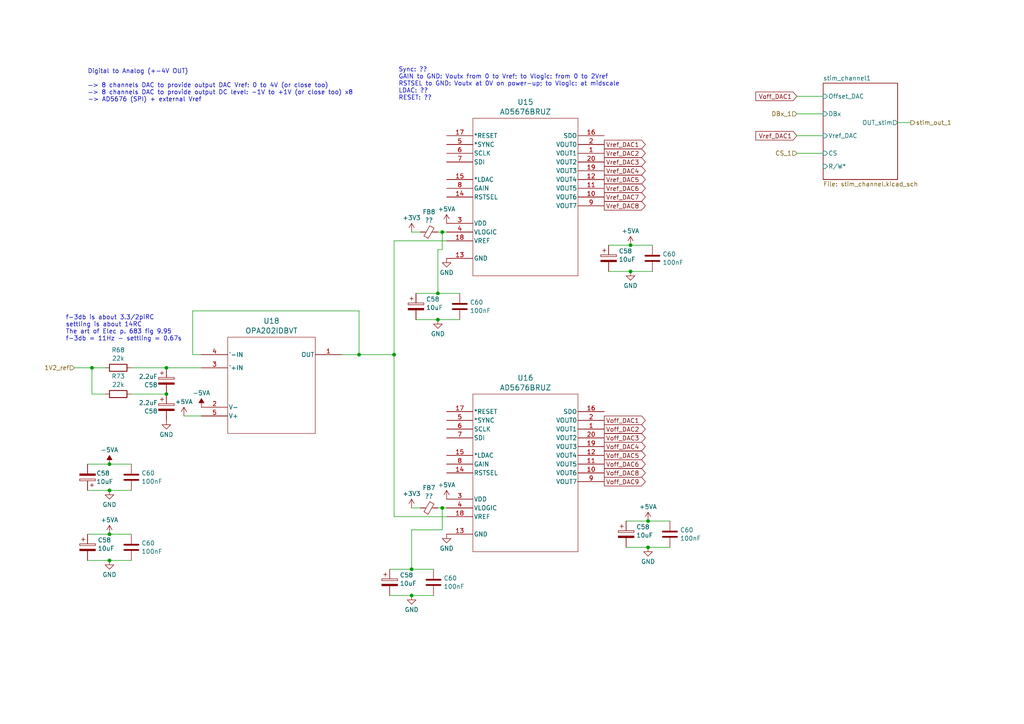
<source format=kicad_sch>
(kicad_sch (version 20230121) (generator eeschema)
  (paper "A4")
  (lib_symbols
    (symbol "AD5676BRUZ:AD5676BRUZ" (pin_names (offset 0.254))
      (property "Reference" "U" (at 22.86 10.16 0))
      (property "Value" "AD5676BRUZ" (at 22.86 7.62 0))
      (symbol "AD5676BRUZ_0_1"
        (polyline (pts (xy 7.62 -40.64) (xy 38.1 -40.64)) (stroke (width 0.127)))
        (polyline (pts (xy 7.62 5.08) (xy 7.62 -40.64)) (stroke (width 0.127)))
        (polyline (pts (xy 38.1 -40.64) (xy 38.1 5.08)) (stroke (width 0.127)))
        (polyline (pts (xy 38.1 5.08) (xy 7.62 5.08)) (stroke (width 0.127)))
        (pin unspecified line (at 45.72 -5.08 180) (length 7.62) (name "VOUT1") (number "1"))
        (pin unspecified line (at 45.72 -17.78 180) (length 7.62) (name "VOUT6") (number "10"))
        (pin unspecified line (at 45.72 -15.24 180) (length 7.62) (name "VOUT5") (number "11"))
        (pin unspecified line (at 45.72 -12.7 180) (length 7.62) (name "VOUT4") (number "12"))
        (pin power_out line (at 0 -35.56 0) (length 7.62) (name "GND") (number "13"))
        (pin unspecified line (at 0 -17.78 0) (length 7.62) (name "RSTSEL") (number "14"))
        (pin unspecified line (at 0 -12.7 0) (length 7.62) (name "*LDAC") (number "15"))
        (pin output line (at 45.72 0 180) (length 7.62) (name "SDO") (number "16"))
        (pin input line (at 0 0 0) (length 7.62) (name "*RESET") (number "17"))
        (pin power_in line (at 0 -30.48 0) (length 7.62) (name "VREF") (number "18"))
        (pin output line (at 45.72 -10.16 180) (length 7.62) (name "VOUT3") (number "19"))
        (pin unspecified line (at 45.72 -2.54 180) (length 7.62) (name "VOUT0") (number "2"))
        (pin output line (at 45.72 -7.62 180) (length 7.62) (name "VOUT2") (number "20"))
        (pin power_in line (at 0 -25.4 0) (length 7.62) (name "VDD") (number "3"))
        (pin power_in line (at 0 -27.94 0) (length 7.62) (name "VLOGIC") (number "4"))
        (pin input line (at 0 -2.54 0) (length 7.62) (name "*SYNC") (number "5"))
        (pin input line (at 0 -5.08 0) (length 7.62) (name "SCLK") (number "6"))
        (pin input line (at 0 -7.62 0) (length 7.62) (name "SDI") (number "7"))
        (pin unspecified line (at 0 -15.24 0) (length 7.62) (name "GAIN") (number "8"))
        (pin unspecified line (at 45.72 -20.32 180) (length 7.62) (name "VOUT7") (number "9"))
      )
    )
    (symbol "Device:C" (pin_numbers hide) (pin_names (offset 0.254))
      (property "Reference" "C" (at 0.635 2.54 0))
      (property "Value" "C" (at 0.635 -2.54 0))
      (symbol "C_0_1"
        (polyline (pts (xy -2.032 -0.762) (xy 2.032 -0.762)) (stroke (width 0.508)))
        (polyline (pts (xy -2.032 0.762) (xy 2.032 0.762)) (stroke (width 0.508)))
      )
      (symbol "C_1_1"
        (pin passive line (at 0 3.81 270) (length 2.794) (name "~") (number "1"))
        (pin passive line (at 0 -3.81 90) (length 2.794) (name "~") (number "2"))
      )
    )
    (symbol "Device:C_Polarized" (pin_numbers hide) (pin_names (offset 0.254))
      (property "Reference" "C" (at 0.635 2.54 0))
      (property "Value" "C_Polarized" (at 0.635 -2.54 0))
      (symbol "C_Polarized_0_1"
        (rectangle (start -2.286 0.508) (end 2.286 1.016))
        (polyline (pts (xy -1.778 2.286) (xy -0.762 2.286)))
        (polyline (pts (xy -1.27 2.794) (xy -1.27 1.778)))
        (rectangle (start 2.286 -0.508) (end -2.286 -1.016) (fill (type outline)))
      )
      (symbol "C_Polarized_1_1"
        (pin passive line (at 0 3.81 270) (length 2.794) (name "~") (number "1"))
        (pin passive line (at 0 -3.81 90) (length 2.794) (name "~") (number "2"))
      )
    )
    (symbol "Device:FerriteBead_Small" (pin_numbers hide) (pin_names (offset 0))
      (property "Reference" "FB" (at 1.905 1.27 0))
      (property "Value" "FerriteBead_Small" (at 1.905 -1.27 0))
      (symbol "FerriteBead_Small_0_1"
        (polyline (pts (xy 0 -1.27) (xy 0 -0.7874)))
        (polyline (pts (xy 0 0.889) (xy 0 1.2954)))
        (polyline (pts (xy -1.8288 0.2794) (xy -1.1176 1.4986) (xy 1.8288 -0.2032) (xy 1.1176 -1.4224) (xy -1.8288 0.2794)))
      )
      (symbol "FerriteBead_Small_1_1"
        (pin passive line (at 0 2.54 270) (length 1.27) (name "~") (number "1"))
        (pin passive line (at 0 -2.54 90) (length 1.27) (name "~") (number "2"))
      )
    )
    (symbol "Device:R" (pin_numbers hide) (pin_names (offset 0))
      (property "Reference" "R" (at 2.032 0 90))
      (property "Value" "R" (at 0 0 90))
      (symbol "R_0_1"
        (rectangle (start -1.016 -2.54) (end 1.016 2.54) (stroke (width 0.254)))
      )
      (symbol "R_1_1"
        (pin passive line (at 0 3.81 270) (length 1.27) (name "~") (number "1"))
        (pin passive line (at 0 -3.81 90) (length 1.27) (name "~") (number "2"))
      )
    )
    (symbol "OPA202IDBVT:OPA202IDBVT" (pin_names (offset 0.254))
      (property "Reference" "U19" (at 20.32 9.7737 0))
      (property "Value" "OPA202IDBVT" (at 20.32 6.9409 0))
      (symbol "OPA202IDBVT_0_1"
        (polyline (pts (xy 7.62 -22.86) (xy 33.02 -22.86)) (stroke (width 0.127)))
        (polyline (pts (xy 7.62 5.08) (xy 7.62 -22.86)) (stroke (width 0.127)))
        (polyline (pts (xy 33.02 -22.86) (xy 33.02 5.08)) (stroke (width 0.127)))
        (polyline (pts (xy 33.02 5.08) (xy 7.62 5.08)) (stroke (width 0.127)))
        (pin output line (at 40.64 0 180) (length 7.62) (name "OUT") (number "1"))
        (pin power_in line (at 0 -15.24 0) (length 7.62) (name "V-") (number "2"))
        (pin input line (at 0 -3.81 0) (length 7.62) (name "'+IN") (number "3"))
        (pin input line (at 0 0 0) (length 7.62) (name "'-IN") (number "4"))
        (pin power_in line (at 0 -17.78 0) (length 7.62) (name "V+") (number "5"))
      )
    )
    (symbol "power:+3V3D" (power) (pin_names (offset 0))
      (property "Value" "+3V3D" (at 0 3.556 0))
      (symbol "+3V3D_0_1"
        (polyline (pts (xy -0.762 1.27) (xy 0 2.54)))
        (polyline (pts (xy 0 0) (xy 0 2.54)))
        (polyline (pts (xy 0 2.54) (xy 0.762 1.27)))
      )
      (symbol "+3V3D_1_1"
        (pin power_in line (at 0 0 90) (length 0) hide (name "+3V3") (number "1"))
      )
    )
    (symbol "power:+5VA" (power) (pin_names (offset 0))
      (property "Value" "+5VA" (at 0 3.556 0))
      (symbol "+5VA_0_1"
        (polyline (pts (xy -0.762 1.27) (xy 0 2.54)))
        (polyline (pts (xy 0 0) (xy 0 2.54)))
        (polyline (pts (xy 0 2.54) (xy 0.762 1.27)))
      )
      (symbol "+5VA_1_1"
        (pin power_in line (at 0 0 90) (length 0) hide (name "+5VA") (number "1"))
      )
    )
    (symbol "power:-5VA" (power) (pin_names (offset 0))
      (property "Value" "-5VA" (at 0 3.81 0))
      (symbol "-5VA_0_0"
        (pin power_in line (at 0 0 90) (length 0) hide (name "-5VA") (number "1"))
      )
      (symbol "-5VA_0_1"
        (polyline (pts (xy 0 0) (xy 0 1.27) (xy 0.762 1.27) (xy 0 2.54) (xy -0.762 1.27) (xy 0 1.27)) (fill (type outline)))
      )
    )
    (symbol "power:GND" (power) (pin_names (offset 0))
      (property "Value" "GND" (at 0 -3.81 0))
      (symbol "GND_0_1"
        (polyline (pts (xy 0 0) (xy 0 -1.27) (xy 1.27 -1.27) (xy 0 -2.54) (xy -1.27 -1.27) (xy 0 -1.27)))
      )
      (symbol "GND_1_1"
        (pin power_in line (at 0 0 270) (length 0) hide (name "GND") (number "1"))
      )
    )
  )
  (junction (at 119.38 172.72))
  (junction (at 187.96 158.75))
  (junction (at 182.88 71.12))
  (junction (at 128.27 67.31))
  (junction (at 26.67 106.68))
  (junction (at 114.3 102.87))
  (junction (at 31.75 162.56))
  (junction (at 182.88 78.74))
  (junction (at 127 92.71))
  (junction (at 104.14 102.87))
  (junction (at 31.75 134.62))
  (junction (at 127 85.09))
  (junction (at 48.26 114.3))
  (junction (at 119.38 165.1))
  (junction (at 31.75 142.24))
  (junction (at 187.96 151.13))
  (junction (at 48.26 106.68))
  (junction (at 128.27 147.32))
  (junction (at 31.75 154.94))
  (wire (pts (xy 119.38 172.72) (xy 125.73 172.72)))
  (wire (pts (xy 38.1 114.3) (xy 48.26 114.3)))
  (wire (pts (xy 31.75 142.24) (xy 38.1 142.24)))
  (wire (pts (xy 120.65 92.71) (xy 127 92.71)))
  (wire (pts (xy 114.3 149.86) (xy 129.54 149.86)))
  (wire (pts (xy 231.14 44.45) (xy 238.76 44.45)))
  (wire (pts (xy 128.27 153.67) (xy 119.38 153.67)))
  (wire (pts (xy 128.27 72.39) (xy 127 72.39)))
  (wire (pts (xy 26.67 114.3) (xy 26.67 106.68)))
  (wire (pts (xy 113.03 172.72) (xy 119.38 172.72)))
  (wire (pts (xy 128.27 147.32) (xy 128.27 153.67)))
  (wire (pts (xy 231.14 33.02) (xy 238.76 33.02)))
  (wire (pts (xy 25.4 162.56) (xy 31.75 162.56)))
  (wire (pts (xy 31.75 134.62) (xy 38.1 134.62)))
  (wire (pts (xy 181.61 158.75) (xy 187.96 158.75)))
  (wire (pts (xy 55.88 90.17) (xy 55.88 102.87)))
  (wire (pts (xy 104.14 102.87) (xy 114.3 102.87)))
  (wire (pts (xy 119.38 147.32) (xy 121.92 147.32)))
  (wire (pts (xy 26.67 106.68) (xy 30.48 106.68)))
  (wire (pts (xy 129.54 69.85) (xy 114.3 69.85)))
  (wire (pts (xy 104.14 102.87) (xy 104.14 90.17)))
  (wire (pts (xy 38.1 106.68) (xy 48.26 106.68)))
  (wire (pts (xy 120.65 85.09) (xy 127 85.09)))
  (wire (pts (xy 128.27 67.31) (xy 129.54 67.31)))
  (wire (pts (xy 127 147.32) (xy 128.27 147.32)))
  (wire (pts (xy 55.88 102.87) (xy 58.42 102.87)))
  (wire (pts (xy 104.14 102.87) (xy 99.06 102.87)))
  (wire (pts (xy 128.27 147.32) (xy 129.54 147.32)))
  (wire (pts (xy 114.3 69.85) (xy 114.3 102.87)))
  (wire (pts (xy 182.88 71.12) (xy 189.23 71.12)))
  (wire (pts (xy 187.96 158.75) (xy 194.31 158.75)))
  (wire (pts (xy 181.61 151.13) (xy 187.96 151.13)))
  (wire (pts (xy 176.53 71.12) (xy 182.88 71.12)))
  (wire (pts (xy 30.48 114.3) (xy 26.67 114.3)))
  (wire (pts (xy 21.59 106.68) (xy 26.67 106.68)))
  (wire (pts (xy 260.35 35.56) (xy 264.16 35.56)))
  (wire (pts (xy 48.26 106.68) (xy 58.42 106.68)))
  (wire (pts (xy 127 85.09) (xy 133.35 85.09)))
  (wire (pts (xy 128.27 67.31) (xy 128.27 72.39)))
  (wire (pts (xy 25.4 134.62) (xy 31.75 134.62)))
  (wire (pts (xy 127 72.39) (xy 127 85.09)))
  (wire (pts (xy 182.88 78.74) (xy 189.23 78.74)))
  (wire (pts (xy 25.4 142.24) (xy 31.75 142.24)))
  (wire (pts (xy 104.14 90.17) (xy 55.88 90.17)))
  (wire (pts (xy 25.4 154.94) (xy 31.75 154.94)))
  (wire (pts (xy 187.96 151.13) (xy 194.31 151.13)))
  (wire (pts (xy 31.75 154.94) (xy 38.1 154.94)))
  (wire (pts (xy 114.3 102.87) (xy 114.3 149.86)))
  (wire (pts (xy 31.75 162.56) (xy 38.1 162.56)))
  (wire (pts (xy 119.38 67.31) (xy 121.92 67.31)))
  (wire (pts (xy 127 92.71) (xy 133.35 92.71)))
  (wire (pts (xy 231.14 39.37) (xy 238.76 39.37)))
  (wire (pts (xy 53.34 120.65) (xy 58.42 120.65)))
  (wire (pts (xy 231.14 27.94) (xy 238.76 27.94)))
  (wire (pts (xy 119.38 165.1) (xy 125.73 165.1)))
  (wire (pts (xy 119.38 153.67) (xy 119.38 165.1)))
  (wire (pts (xy 176.53 78.74) (xy 182.88 78.74)))
  (wire (pts (xy 113.03 165.1) (xy 119.38 165.1)))
  (wire (pts (xy 127 67.31) (xy 128.27 67.31)))
  (text "Digital to Analog (+-4V OUT)\n\n—> 8 channels DAC to provide output DAC Vref: 0 to 4V (or close too)\n—> 8 channels DAC to provide output DC level: -1V to +1V (or close too) x8\n-> AD5676 (SPI) + external Vref\n\n" (at 25.4 31.75 0) (effects (font (size 1.27 1.27)) (justify left bottom)))
  (text "f-3db is about 3.3/2piRC\nsettling is about 14RC\nThe art of Elec p. 683 fig 9.95\nf-3db = 11Hz - settling = 0.67s" (at 19.05 99.06 0) (effects (font (size 1.27 1.27)) (justify left bottom)))
  (text "Sync: ??\nGAIN to GND: Voutx from 0 to Vref; to Vlogic: from 0 to 2Vref\nRSTSEL to GND: Voutx at 0V on power-up; to Vlogic: at midscale\nLDAC: ??\nRESET: ??" (at 115.57 29.21 0) (effects (font (size 1.27 1.27)) (justify left bottom)))
  (global_label "Voff_DAC1" (shape output) (at 175.26 121.92 0) (property "Intersheetrefs" "${INTERSHEET_REFS}" (effects hide)))
  (global_label "Vref_DAC1" (shape output) (at 175.26 41.91 0) (property "Intersheetrefs" "${INTERSHEET_REFS}" (effects hide)))
  (global_label "Voff_DAC5" (shape output) (at 175.26 132.08 0) (property "Intersheetrefs" "${INTERSHEET_REFS}" (effects hide)))
  (global_label "Voff_DAC1" (shape input) (at 231.14 27.94 180) (property "Intersheetrefs" "${INTERSHEET_REFS}" (effects hide)))
  (global_label "Vref_DAC6" (shape output) (at 175.26 54.61 0) (property "Intersheetrefs" "${INTERSHEET_REFS}" (effects hide)))
  (global_label "Vref_DAC8" (shape output) (at 175.26 59.69 0) (property "Intersheetrefs" "${INTERSHEET_REFS}" (effects hide)))
  (global_label "Vref_DAC2" (shape output) (at 175.26 44.45 0) (property "Intersheetrefs" "${INTERSHEET_REFS}" (effects hide)))
  (global_label "Vref_DAC7" (shape output) (at 175.26 57.15 0) (property "Intersheetrefs" "${INTERSHEET_REFS}" (effects hide)))
  (global_label "Vref_DAC1" (shape input) (at 231.14 39.37 180) (property "Intersheetrefs" "${INTERSHEET_REFS}" (effects hide)))
  (global_label "Voff_DAC8" (shape output) (at 175.26 137.16 0) (property "Intersheetrefs" "${INTERSHEET_REFS}" (effects hide)))
  (global_label "Voff_DAC3" (shape output) (at 175.26 127 0) (property "Intersheetrefs" "${INTERSHEET_REFS}" (effects hide)))
  (global_label "Vref_DAC5" (shape output) (at 175.26 52.07 0) (property "Intersheetrefs" "${INTERSHEET_REFS}" (effects hide)))
  (global_label "Vref_DAC4" (shape output) (at 175.26 49.53 0) (property "Intersheetrefs" "${INTERSHEET_REFS}" (effects hide)))
  (global_label "Vref_DAC3" (shape output) (at 175.26 46.99 0) (property "Intersheetrefs" "${INTERSHEET_REFS}" (effects hide)))
  (global_label "Voff_DAC4" (shape output) (at 175.26 129.54 0) (property "Intersheetrefs" "${INTERSHEET_REFS}" (effects hide)))
  (global_label "Voff_DAC6" (shape output) (at 175.26 134.62 0) (property "Intersheetrefs" "${INTERSHEET_REFS}" (effects hide)))
  (global_label "Voff_DAC9" (shape output) (at 175.26 139.7 0) (property "Intersheetrefs" "${INTERSHEET_REFS}" (effects hide)))
  (global_label "Voff_DAC2" (shape output) (at 175.26 124.46 0) (property "Intersheetrefs" "${INTERSHEET_REFS}" (effects hide)))
  (hierarchical_label "CS_1" (shape input) (at 231.14 44.45 180))
  (hierarchical_label "1V2_ref" (shape input) (at 21.59 106.68 180))
  (hierarchical_label "stim_out_1" (shape output) (at 264.16 35.56 0))
  (hierarchical_label "DBx_1" (shape input) (at 231.14 33.02 180))
  (symbol (lib_id "Device:R") (at 34.29 114.3 90) (unit 1)
    (property "Reference" "R73" (at 34.29 109.1397 90))
    (property "Value" "22k" (at 34.29 111.5639 90))
  )
  (symbol (lib_id "AD5676BRUZ:AD5676BRUZ") (at 129.54 39.37 0) (unit 1)
    (property "Reference" "U15" (at 152.4 29.5963 0) (effects (font (size 1.524 1.524))))
    (property "Value" "AD5676BRUZ" (at 152.4 32.4291 0) (effects (font (size 1.524 1.524))))
    (property "Footprint" "RU-20_ADI" (effects hide))
    (property "Datasheet" "AD5676BRUZ" (effects hide))
  )
  (symbol (lib_id "Device:C") (at 194.31 154.94 180) (unit 1)
    (property "Reference" "C60" (at 197.231 153.7279 0) (effects (justify right)))
    (property "Value" "100nF" (at 197.231 156.1521 0) (effects (justify right)))
    (instances (project "TWIST_V2" (path "" (reference "C60") (unit 1)) (path "" (reference "C92") (unit 1)) (path "" (reference "C106") (unit 1))))
  )
  (symbol (lib_id "Device:C") (at 189.23 74.93 180) (unit 1)
    (property "Reference" "C60" (at 192.151 73.7179 0) (effects (justify right)))
    (property "Value" "100nF" (at 192.151 76.1421 0) (effects (justify right)))
    (instances (project "TWIST_V2" (path "" (reference "C60") (unit 1)) (path "" (reference "C92") (unit 1)) (path "" (reference "C104") (unit 1))))
  )
  (symbol (lib_id "Device:R") (at 34.29 106.68 90) (unit 1)
    (property "Reference" "R68" (at 34.29 101.5197 90))
    (property "Value" "22k" (at 34.29 103.9439 90))
  )
  (symbol (lib_id "Device:C_Polarized") (at 48.26 110.49 0) (unit 1)
    (property "Reference" "C58" (at 45.72 111.6442 0) (effects (justify right)))
    (property "Value" "2.2uF" (at 45.72 109.22 0) (effects (justify right)))
    (instances (project "TWIST_V2" (path "" (reference "C58") (unit 1)) (path "" (reference "C93") (unit 1)) (path "" (reference "C95") (unit 1))))
  )
  (symbol (lib_id "Device:FerriteBead_Small") (at 124.46 67.31 90) (unit 1)
    (property "Reference" "FB8" (at 124.4219 61.4639 90))
    (property "Value" "??" (at 124.4219 63.8881 90))
  )
  (symbol (lib_id "power:+5VA") (at 31.75 154.94 0) (unit 1)
    (property "Reference" "#PWR088" (effects hide))
    (property "Value" "+5VA" (at 31.75 150.8069 0))
    (instances (project "TWIST_V2" (path "" (reference "#PWR088") (unit 1)) (path "" (reference "#PWR0105") (unit 1))))
  )
  (symbol (lib_id "Device:C_Polarized") (at 25.4 158.75 0) (unit 1)
    (property "Reference" "C58" (at 28.321 156.6489 0) (effects (justify left)))
    (property "Value" "10uF" (at 28.321 159.0731 0) (effects (justify left)))
    (instances (project "TWIST_V2" (path "" (reference "C58") (unit 1)) (path "" (reference "C91") (unit 1)) (path "" (reference "C98") (unit 1))))
  )
  (symbol (lib_id "power:GND") (at 187.96 158.75 0) (unit 1)
    (property "Reference" "#PWR089" (effects hide))
    (property "Value" "GND" (at 187.96 162.8831 0))
    (instances (project "TWIST_V2" (path "" (reference "#PWR089") (unit 1)) (path "" (reference "#PWR0114") (unit 1))))
  )
  (symbol (lib_id "power:+5VA") (at 187.96 151.13 0) (unit 1)
    (property "Reference" "#PWR088" (effects hide))
    (property "Value" "+5VA" (at 187.96 146.9969 0))
    (instances (project "TWIST_V2" (path "" (reference "#PWR088") (unit 1)) (path "" (reference "#PWR0113") (unit 1))))
  )
  (symbol (lib_id "AD5676BRUZ:AD5676BRUZ") (at 129.54 119.38 0) (unit 1)
    (property "Reference" "U16" (at 152.4 109.6063 0) (effects (font (size 1.524 1.524))))
    (property "Value" "AD5676BRUZ" (at 152.4 112.4391 0) (effects (font (size 1.524 1.524))))
    (property "Footprint" "RU-20_ADI" (effects hide))
    (property "Datasheet" "AD5676BRUZ" (effects hide))
  )
  (symbol (lib_id "power:+3V3D") (at 119.38 147.32 0) (unit 1)
    (property "Reference" "#PWR020" (effects hide))
    (property "Value" "+3V3D" (at 119.38 143.1869 0))
    (instances (project "TWIST_V2" (path "" (reference "#PWR020") (unit 1)) (path "" (reference "#PWR0111") (unit 1))))
  )
  (symbol (lib_id "power:GND") (at 31.75 162.56 0) (unit 1)
    (property "Reference" "#PWR089" (effects hide))
    (property "Value" "GND" (at 31.75 166.6931 0))
    (instances (project "TWIST_V2" (path "" (reference "#PWR089") (unit 1)) (path "" (reference "#PWR0106") (unit 1))))
  )
  (symbol (lib_id "power:+5VA") (at 182.88 71.12 0) (unit 1)
    (property "Reference" "#PWR088" (effects hide))
    (property "Value" "+5VA" (at 182.88 66.9869 0))
    (instances (project "TWIST_V2" (path "" (reference "#PWR088") (unit 1)) (path "" (reference "#PWR0109") (unit 1))))
  )
  (symbol (lib_id "Device:C_Polarized") (at 48.26 118.11 0) (unit 1)
    (property "Reference" "C58" (at 45.72 119.2642 0) (effects (justify right)))
    (property "Value" "2.2uF" (at 45.72 116.84 0) (effects (justify right)))
    (instances (project "TWIST_V2" (path "" (reference "C58") (unit 1)) (path "" (reference "C93") (unit 1)) (path "" (reference "C96") (unit 1))))
  )
  (symbol (lib_id "power:GND") (at 182.88 78.74 0) (unit 1)
    (property "Reference" "#PWR089" (effects hide))
    (property "Value" "GND" (at 182.88 82.8731 0))
    (instances (project "TWIST_V2" (path "" (reference "#PWR089") (unit 1)) (path "" (reference "#PWR0110") (unit 1))))
  )
  (symbol (lib_id "OPA202IDBVT:OPA202IDBVT") (at 58.42 102.87 0) (unit 1)
    (property "Reference" "U18" (at 78.74 93.0963 0) (effects (font (size 1.524 1.524))))
    (property "Value" "OPA202IDBVT" (at 78.74 95.9291 0) (effects (font (size 1.524 1.524))))
    (property "Footprint" "DBV5_TEX" (effects hide))
    (property "Datasheet" "OPA202IDBVT" (effects hide))
    (instances (project "TWIST_V2" (path "" (reference "U18") (unit 1)) (path "" (reference "U19") (unit 1))))
  )
  (symbol (lib_id "Device:FerriteBead_Small") (at 124.46 147.32 90) (unit 1)
    (property "Reference" "FB7" (at 124.4219 141.4739 90))
    (property "Value" "??" (at 124.4219 143.8981 90))
  )
  (symbol (lib_id "power:GND") (at 31.75 142.24 0) (unit 1)
    (property "Reference" "#PWR091" (effects hide))
    (property "Value" "GND" (at 31.75 146.3731 0))
    (instances (project "TWIST_V2" (path "" (reference "#PWR091") (unit 1)) (path "" (reference "#PWR0104") (unit 1))))
  )
  (symbol (lib_id "power:GND") (at 119.38 172.72 0) (unit 1)
    (property "Reference" "#PWR089" (effects hide))
    (property "Value" "GND" (at 119.38 176.8531 0))
    (instances (project "TWIST_V2" (path "" (reference "#PWR089") (unit 1)) (path "" (reference "#PWR0108") (unit 1))))
  )
  (symbol (lib_id "Device:C") (at 38.1 158.75 180) (unit 1)
    (property "Reference" "C60" (at 41.021 157.5379 0) (effects (justify right)))
    (property "Value" "100nF" (at 41.021 159.9621 0) (effects (justify right)))
    (instances (project "TWIST_V2" (path "" (reference "C60") (unit 1)) (path "" (reference "C92") (unit 1)) (path "" (reference "C100") (unit 1))))
  )
  (symbol (lib_id "power:+5VA") (at 129.54 144.78 0) (unit 1)
    (property "Reference" "#PWR094" (effects hide))
    (property "Value" "+5VA" (at 129.54 140.6469 0))
    (instances (project "TWIST_V2" (path "" (reference "#PWR094") (unit 1)) (path "" (reference "#PWR0101") (unit 1))))
  )
  (symbol (lib_id "Device:C_Polarized") (at 181.61 154.94 0) (unit 1)
    (property "Reference" "C58" (at 184.531 152.8389 0) (effects (justify left)))
    (property "Value" "10uF" (at 184.531 155.2631 0) (effects (justify left)))
    (instances (project "TWIST_V2" (path "" (reference "C58") (unit 1)) (path "" (reference "C91") (unit 1)) (path "" (reference "C105") (unit 1))))
  )
  (symbol (lib_id "Device:C") (at 125.73 168.91 180) (unit 1)
    (property "Reference" "C60" (at 128.651 167.6979 0) (effects (justify right)))
    (property "Value" "100nF" (at 128.651 170.1221 0) (effects (justify right)))
    (instances (project "TWIST_V2" (path "" (reference "C60") (unit 1)) (path "" (reference "C92") (unit 1)) (path "" (reference "C102") (unit 1))))
  )
  (symbol (lib_id "power:-5VA") (at 31.75 134.62 0) (unit 1)
    (property "Reference" "#PWR090" (effects hide))
    (property "Value" "-5VA" (at 31.75 130.4869 0))
    (instances (project "TWIST_V2" (path "" (reference "#PWR090") (unit 1)) (path "" (reference "#PWR0103") (unit 1))))
  )
  (symbol (lib_id "Device:C_Polarized") (at 120.65 88.9 0) (unit 1)
    (property "Reference" "C58" (at 123.571 86.7989 0) (effects (justify left)))
    (property "Value" "10uF" (at 123.571 89.2231 0) (effects (justify left)))
    (instances (project "TWIST_V2" (path "" (reference "C58") (unit 1)) (path "" (reference "C91") (unit 1)) (path "" (reference "C107") (unit 1))))
  )
  (symbol (lib_id "power:+3V3D") (at 119.38 67.31 0) (unit 1)
    (property "Reference" "#PWR020" (effects hide))
    (property "Value" "+3V3D" (at 119.38 63.1769 0))
    (instances (project "TWIST_V2" (path "" (reference "#PWR020") (unit 1)) (path "" (reference "#PWR0112") (unit 1))))
  )
  (symbol (lib_id "power:GND") (at 129.54 154.94 0) (unit 1)
    (property "Reference" "#PWR0100" (effects hide))
    (property "Value" "GND" (at 129.54 159.0731 0))
  )
  (symbol (lib_id "power:GND") (at 129.54 74.93 0) (unit 1)
    (property "Reference" "#PWR099" (effects hide))
    (property "Value" "GND" (at 129.54 79.0631 0))
  )
  (symbol (lib_id "power:+5VA") (at 53.34 120.65 0) (unit 1)
    (property "Reference" "#PWR094" (effects hide))
    (property "Value" "+5VA" (at 53.34 116.5169 0))
    (instances (project "TWIST_V2" (path "" (reference "#PWR094") (unit 1)) (path "" (reference "#PWR096") (unit 1))))
  )
  (symbol (lib_id "power:-5VA") (at 58.42 118.11 0) (unit 1)
    (property "Reference" "#PWR095" (effects hide))
    (property "Value" "-5VA" (at 58.42 113.9769 0))
    (instances (project "TWIST_V2" (path "" (reference "#PWR095") (unit 1)) (path "" (reference "#PWR097") (unit 1))))
  )
  (symbol (lib_id "Device:C_Polarized") (at 113.03 168.91 0) (unit 1)
    (property "Reference" "C58" (at 115.951 166.8089 0) (effects (justify left)))
    (property "Value" "10uF" (at 115.951 169.2331 0) (effects (justify left)))
    (instances (project "TWIST_V2" (path "" (reference "C58") (unit 1)) (path "" (reference "C91") (unit 1)) (path "" (reference "C101") (unit 1))))
  )
  (symbol (lib_id "Device:C") (at 133.35 88.9 180) (unit 1)
    (property "Reference" "C60" (at 136.271 87.6879 0) (effects (justify right)))
    (property "Value" "100nF" (at 136.271 90.1121 0) (effects (justify right)))
    (instances (project "TWIST_V2" (path "" (reference "C60") (unit 1)) (path "" (reference "C92") (unit 1)) (path "" (reference "C108") (unit 1))))
  )
  (symbol (lib_id "Device:C_Polarized") (at 176.53 74.93 0) (unit 1)
    (property "Reference" "C58" (at 179.451 72.8289 0) (effects (justify left)))
    (property "Value" "10uF" (at 179.451 75.2531 0) (effects (justify left)))
    (instances (project "TWIST_V2" (path "" (reference "C58") (unit 1)) (path "" (reference "C91") (unit 1)) (path "" (reference "C103") (unit 1))))
  )
  (symbol (lib_id "Device:C") (at 38.1 138.43 180) (unit 1)
    (property "Reference" "C60" (at 41.021 137.2179 0) (effects (justify right)))
    (property "Value" "100nF" (at 41.021 139.6421 0) (effects (justify right)))
    (instances (project "TWIST_V2" (path "" (reference "C60") (unit 1)) (path "" (reference "C94") (unit 1)) (path "" (reference "C99") (unit 1))))
  )
  (symbol (lib_id "Device:C_Polarized") (at 25.4 138.43 180) (unit 1)
    (property "Reference" "C58" (at 27.94 137.2758 0) (effects (justify right)))
    (property "Value" "10uF" (at 27.94 139.7 0) (effects (justify right)))
    (instances (project "TWIST_V2" (path "" (reference "C58") (unit 1)) (path "" (reference "C93") (unit 1)) (path "" (reference "C97") (unit 1))))
  )
  (symbol (lib_id "power:GND") (at 127 92.71 0) (unit 1)
    (property "Reference" "#PWR089" (effects hide))
    (property "Value" "GND" (at 127 96.8431 0))
    (instances (project "TWIST_V2" (path "" (reference "#PWR089") (unit 1)) (path "" (reference "#PWR0107") (unit 1))))
  )
  (symbol (lib_id "power:GND") (at 48.26 121.92 0) (unit 1)
    (property "Reference" "#PWR098" (effects hide))
    (property "Value" "GND" (at 48.26 126.0531 0))
  )
  (symbol (lib_id "power:+5VA") (at 129.54 64.77 0) (unit 1)
    (property "Reference" "#PWR094" (effects hide))
    (property "Value" "+5VA" (at 129.54 60.6369 0))
    (instances (project "TWIST_V2" (path "" (reference "#PWR094") (unit 1)) (path "" (reference "#PWR0102") (unit 1))))
  )
  (sheet (at 238.76 24.13) (size 21.59 27.94) (stroke (width 0.1524))
    (property "Sheetname" "stim_channel1" (at 238.76 23.4184 0) (effects (justify left bottom)))
    (property "Sheetfile" "stim_channel.kicad_sch" (at 238.76 52.6546 0) (effects (justify left top)))
    (pin "DBx" input (at 238.76 33.02 180))
    (pin "Vref_DAC" input (at 238.76 39.37 180))
    (pin "CS" input (at 238.76 44.45 180))
    (pin "Offset_DAC" input (at 238.76 27.94 180))
    (pin "OUT_stim" output (at 260.35 35.56 0))
    (pin "R{slash}W*" input (at 238.76 48.26 180))
  )
)
</source>
